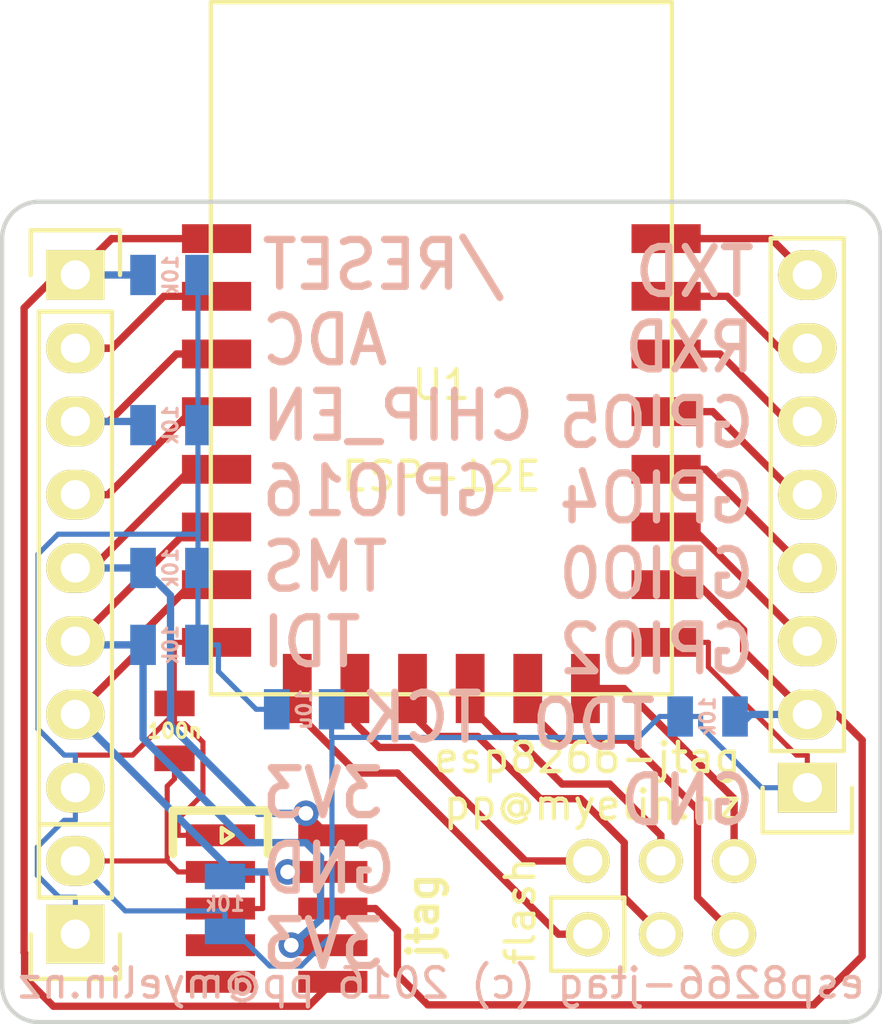
<source format=kicad_pcb>
(kicad_pcb (version 20171130) (host pcbnew "(5.1.12)-1")

  (general
    (thickness 1.6)
    (drawings 12)
    (tracks 208)
    (zones 0)
    (modules 14)
    (nets 25)
  )

  (page A4)
  (layers
    (0 F.Cu signal)
    (31 B.Cu signal)
    (32 B.Adhes user)
    (33 F.Adhes user)
    (34 B.Paste user)
    (35 F.Paste user)
    (36 B.SilkS user)
    (37 F.SilkS user)
    (38 B.Mask user)
    (39 F.Mask user)
    (40 Dwgs.User user)
    (41 Cmts.User user)
    (42 Eco1.User user)
    (43 Eco2.User user)
    (44 Edge.Cuts user)
    (45 Margin user)
    (46 B.CrtYd user)
    (47 F.CrtYd user)
    (48 B.Fab user)
    (49 F.Fab user)
  )

  (setup
    (last_trace_width 0.1778)
    (user_trace_width 0.1778)
    (user_trace_width 0.254)
    (user_trace_width 0.508)
    (user_trace_width 0.762)
    (user_trace_width 1.016)
    (user_trace_width 1.27)
    (trace_clearance 0.1778)
    (zone_clearance 0.508)
    (zone_45_only no)
    (trace_min 0.1778)
    (via_size 0.889)
    (via_drill 0.508)
    (via_min_size 0.889)
    (via_min_drill 0.508)
    (user_via 0.889 0.508)
    (user_via 1.27 0.889)
    (uvia_size 0.3)
    (uvia_drill 0.1)
    (uvias_allowed no)
    (uvia_min_size 0.2)
    (uvia_min_drill 0.1)
    (edge_width 0.15)
    (segment_width 0.2)
    (pcb_text_width 0.3)
    (pcb_text_size 1.5 1.5)
    (mod_edge_width 0.15)
    (mod_text_size 1 1)
    (mod_text_width 0.15)
    (pad_size 2.032 1.7272)
    (pad_drill 1.016)
    (pad_to_mask_clearance 0.2)
    (aux_axis_origin 0 0)
    (visible_elements 7FFFFFFF)
    (pcbplotparams
      (layerselection 0x010fc_80000001)
      (usegerberextensions true)
      (usegerberattributes true)
      (usegerberadvancedattributes true)
      (creategerberjobfile true)
      (excludeedgelayer true)
      (linewidth 0.100000)
      (plotframeref false)
      (viasonmask false)
      (mode 1)
      (useauxorigin false)
      (hpglpennumber 1)
      (hpglpenspeed 20)
      (hpglpendiameter 15.000000)
      (psnegative false)
      (psa4output false)
      (plotreference true)
      (plotvalue true)
      (plotinvisibletext false)
      (padsonsilk false)
      (subtractmaskfromsilk false)
      (outputformat 1)
      (mirror false)
      (drillshape 0)
      (scaleselection 1)
      (outputdirectory "gerbers/"))
  )

  (net 0 "")
  (net 1 /nreset)
  (net 2 "Net-(CON1-Pad9)")
  (net 3 /tdi)
  (net 4 "Net-(CON1-Pad7)")
  (net 5 /3v3)
  (net 6 /tms)
  (net 7 /gnd)
  (net 8 /tck)
  (net 9 /tdo)
  (net 10 /adc)
  (net 11 /chip_en)
  (net 12 /gpio16)
  (net 13 /cs0)
  (net 14 /miso)
  (net 15 /gpio9)
  (net 16 /gpio10)
  (net 17 /mosi)
  (net 18 /sclk)
  (net 19 /gpio2)
  (net 20 /gpio0)
  (net 21 /gpio4)
  (net 22 /gpio5)
  (net 23 /u0rxd)
  (net 24 /u0txd)

  (net_class Default "This is the default net class."
    (clearance 0.1778)
    (trace_width 0.1778)
    (via_dia 0.889)
    (via_drill 0.508)
    (uvia_dia 0.3)
    (uvia_drill 0.1)
    (add_net /3v3)
    (add_net /adc)
    (add_net /chip_en)
    (add_net /cs0)
    (add_net /gnd)
    (add_net /gpio0)
    (add_net /gpio10)
    (add_net /gpio16)
    (add_net /gpio2)
    (add_net /gpio4)
    (add_net /gpio5)
    (add_net /gpio9)
    (add_net /miso)
    (add_net /mosi)
    (add_net /nreset)
    (add_net /sclk)
    (add_net /tck)
    (add_net /tdi)
    (add_net /tdo)
    (add_net /tms)
    (add_net /u0rxd)
    (add_net /u0txd)
    (add_net "Net-(CON1-Pad7)")
    (add_net "Net-(CON1-Pad9)")
  )

  (module myelin-kicad:ESP8266-ESP-12E (layer F.Cu) (tedit 56B68D00) (tstamp 56B515E0)
    (at 143.51 93.98)
    (descr "ESP8266 ESP-12E wifi module -- Phillip Pearson")
    (path /56B50FCF)
    (fp_text reference U1 (at 0 1.27 180) (layer F.SilkS)
      (effects (font (size 1 1) (thickness 0.15)))
    )
    (fp_text value ESP-12E (at 0 4.445 180) (layer F.SilkS)
      (effects (font (size 1 1) (thickness 0.15)))
    )
    (fp_line (start -8 12) (end 8 12) (layer F.SilkS) (width 0.15))
    (fp_line (start -8 -12) (end -8 12) (layer F.SilkS) (width 0.15))
    (fp_line (start 8 -12) (end -8 -12) (layer F.SilkS) (width 0.15))
    (fp_line (start 8 -12) (end 8 12) (layer F.SilkS) (width 0.15))
    (pad 22 smd rect (at 7.8 -3.8) (size 2.4 1) (layers F.Cu F.Paste F.Mask)
      (net 24 /u0txd))
    (pad 21 smd rect (at 7.8 -1.8) (size 2.4 1) (layers F.Cu F.Paste F.Mask)
      (net 23 /u0rxd))
    (pad 20 smd rect (at 7.8 0.2) (size 2.4 1) (layers F.Cu F.Paste F.Mask)
      (net 22 /gpio5))
    (pad 19 smd rect (at 7.8 2.2) (size 2.4 1) (layers F.Cu F.Paste F.Mask)
      (net 21 /gpio4))
    (pad 18 smd rect (at 7.8 4.2) (size 2.4 1) (layers F.Cu F.Paste F.Mask)
      (net 20 /gpio0))
    (pad 17 smd rect (at 7.8 6.2) (size 2.4 1) (layers F.Cu F.Paste F.Mask)
      (net 19 /gpio2))
    (pad 16 smd rect (at 7.8 8.2) (size 2.4 1) (layers F.Cu F.Paste F.Mask)
      (net 9 /tdo))
    (pad 15 smd rect (at 7.8 10.2) (size 2.4 1) (layers F.Cu F.Paste F.Mask)
      (net 7 /gnd))
    (pad 9 smd rect (at -5 11.8) (size 1 2.4) (layers F.Cu F.Paste F.Mask)
      (net 13 /cs0))
    (pad 10 smd rect (at -3 11.8) (size 1 2.4) (layers F.Cu F.Paste F.Mask)
      (net 14 /miso))
    (pad 11 smd rect (at -1 11.8) (size 1 2.4) (layers F.Cu F.Paste F.Mask)
      (net 15 /gpio9))
    (pad 12 smd rect (at 1 11.8) (size 1 2.4) (layers F.Cu F.Paste F.Mask)
      (net 16 /gpio10))
    (pad 13 smd rect (at 3 11.8) (size 1 2.4) (layers F.Cu F.Paste F.Mask)
      (net 17 /mosi))
    (pad 14 smd rect (at 5 11.8) (size 1 2.4) (layers F.Cu F.Paste F.Mask)
      (net 18 /sclk))
    (pad 1 smd rect (at -7.8 -3.8) (size 2.4 1) (layers F.Cu F.Paste F.Mask)
      (net 1 /nreset))
    (pad 2 smd rect (at -7.8 -1.8) (size 2.4 1) (layers F.Cu F.Paste F.Mask)
      (net 10 /adc))
    (pad 3 smd rect (at -7.8 0.2) (size 2.4 1) (layers F.Cu F.Paste F.Mask)
      (net 11 /chip_en))
    (pad 4 smd rect (at -7.8 2.2) (size 2.4 1) (layers F.Cu F.Paste F.Mask)
      (net 12 /gpio16))
    (pad 5 smd rect (at -7.8 4.2) (size 2.4 1) (layers F.Cu F.Paste F.Mask)
      (net 6 /tms))
    (pad 6 smd rect (at -7.8 6.2) (size 2.4 1) (layers F.Cu F.Paste F.Mask)
      (net 3 /tdi))
    (pad 7 smd rect (at -7.8 8.2) (size 2.4 1) (layers F.Cu F.Paste F.Mask)
      (net 8 /tck))
    (pad 8 smd rect (at -7.8 10.2) (size 2.4 1) (layers F.Cu F.Paste F.Mask)
      (net 5 /3v3))
  )

  (module Pin_Headers:Pin_Header_Straight_1x08 (layer F.Cu) (tedit 56B68D3D) (tstamp 56B51EDA)
    (at 130.81 91.44)
    (descr "Through hole pin header")
    (tags "pin header")
    (path /56B51705)
    (fp_text reference P1 (at -5.715 6.35 90) (layer F.SilkS) hide
      (effects (font (size 1 1) (thickness 0.15)))
    )
    (fp_text value CONN_01X08 (at -3.81 6.985 90) (layer F.Fab) hide
      (effects (font (size 1 1) (thickness 0.15)))
    )
    (fp_line (start -1.55 -1.55) (end 1.55 -1.55) (layer F.SilkS) (width 0.15))
    (fp_line (start -1.55 0) (end -1.55 -1.55) (layer F.SilkS) (width 0.15))
    (fp_line (start 1.27 1.27) (end -1.27 1.27) (layer F.SilkS) (width 0.15))
    (fp_line (start 1.55 -1.55) (end 1.55 0) (layer F.SilkS) (width 0.15))
    (fp_line (start -1.27 19.05) (end -1.27 1.27) (layer F.SilkS) (width 0.15))
    (fp_line (start 1.27 19.05) (end -1.27 19.05) (layer F.SilkS) (width 0.15))
    (fp_line (start 1.27 1.27) (end 1.27 19.05) (layer F.SilkS) (width 0.15))
    (fp_line (start -1.75 19.55) (end 1.75 19.55) (layer F.CrtYd) (width 0.05))
    (fp_line (start -1.75 -1.75) (end 1.75 -1.75) (layer F.CrtYd) (width 0.05))
    (fp_line (start 1.75 -1.75) (end 1.75 19.55) (layer F.CrtYd) (width 0.05))
    (fp_line (start -1.75 -1.75) (end -1.75 19.55) (layer F.CrtYd) (width 0.05))
    (pad 1 thru_hole rect (at 0 0) (size 2.032 1.7272) (drill 1.016) (layers *.Cu *.Mask F.SilkS)
      (net 1 /nreset))
    (pad 2 thru_hole oval (at 0 2.54) (size 2.032 1.7272) (drill 1.016) (layers *.Cu *.Mask F.SilkS)
      (net 10 /adc))
    (pad 3 thru_hole oval (at 0 5.08) (size 2.032 1.7272) (drill 1.016) (layers *.Cu *.Mask F.SilkS)
      (net 11 /chip_en))
    (pad 4 thru_hole oval (at 0 7.62) (size 2.032 1.7272) (drill 1.016) (layers *.Cu *.Mask F.SilkS)
      (net 12 /gpio16))
    (pad 5 thru_hole oval (at 0 10.16) (size 2.032 1.7272) (drill 1.016) (layers *.Cu *.Mask F.SilkS)
      (net 6 /tms))
    (pad 6 thru_hole oval (at 0 12.7) (size 2.032 1.7272) (drill 1.016) (layers *.Cu *.Mask F.SilkS)
      (net 3 /tdi))
    (pad 7 thru_hole oval (at 0 15.24) (size 2.032 1.7272) (drill 1.016) (layers *.Cu *.Mask F.SilkS)
      (net 8 /tck))
    (pad 8 thru_hole oval (at 0 17.78) (size 2.032 1.7272) (drill 1.016) (layers *.Cu *.Mask F.SilkS)
      (net 5 /3v3))
    (model Pin_Headers.3dshapes/Pin_Header_Straight_1x08.wrl
      (offset (xyz 0 -8.889999866485596 0))
      (scale (xyz 1 1 1))
      (rotate (xyz 0 0 90))
    )
  )

  (module Pin_Headers:Pin_Header_Straight_1x08 (layer F.Cu) (tedit 56B68D48) (tstamp 56B51F06)
    (at 156.21 109.22 180)
    (descr "Through hole pin header")
    (tags "pin header")
    (path /56B516C1)
    (fp_text reference P3 (at -6.35 8.89 270) (layer F.SilkS) hide
      (effects (font (size 1 1) (thickness 0.15)))
    )
    (fp_text value CONN_01X08 (at -4.445 8.89 270) (layer F.Fab) hide
      (effects (font (size 1 1) (thickness 0.15)))
    )
    (fp_line (start -1.55 -1.55) (end 1.55 -1.55) (layer F.SilkS) (width 0.15))
    (fp_line (start -1.55 0) (end -1.55 -1.55) (layer F.SilkS) (width 0.15))
    (fp_line (start 1.27 1.27) (end -1.27 1.27) (layer F.SilkS) (width 0.15))
    (fp_line (start 1.55 -1.55) (end 1.55 0) (layer F.SilkS) (width 0.15))
    (fp_line (start -1.27 19.05) (end -1.27 1.27) (layer F.SilkS) (width 0.15))
    (fp_line (start 1.27 19.05) (end -1.27 19.05) (layer F.SilkS) (width 0.15))
    (fp_line (start 1.27 1.27) (end 1.27 19.05) (layer F.SilkS) (width 0.15))
    (fp_line (start -1.75 19.55) (end 1.75 19.55) (layer F.CrtYd) (width 0.05))
    (fp_line (start -1.75 -1.75) (end 1.75 -1.75) (layer F.CrtYd) (width 0.05))
    (fp_line (start 1.75 -1.75) (end 1.75 19.55) (layer F.CrtYd) (width 0.05))
    (fp_line (start -1.75 -1.75) (end -1.75 19.55) (layer F.CrtYd) (width 0.05))
    (pad 1 thru_hole rect (at 0 0 180) (size 2.032 1.7272) (drill 1.016) (layers *.Cu *.Mask F.SilkS)
      (net 7 /gnd))
    (pad 2 thru_hole oval (at 0 2.54 180) (size 2.032 1.7272) (drill 1.016) (layers *.Cu *.Mask F.SilkS)
      (net 9 /tdo))
    (pad 3 thru_hole oval (at 0 5.08 180) (size 2.032 1.7272) (drill 1.016) (layers *.Cu *.Mask F.SilkS)
      (net 19 /gpio2))
    (pad 4 thru_hole oval (at 0 7.62 180) (size 2.032 1.7272) (drill 1.016) (layers *.Cu *.Mask F.SilkS)
      (net 20 /gpio0))
    (pad 5 thru_hole oval (at 0 10.16 180) (size 2.032 1.7272) (drill 1.016) (layers *.Cu *.Mask F.SilkS)
      (net 21 /gpio4))
    (pad 6 thru_hole oval (at 0 12.7 180) (size 2.032 1.7272) (drill 1.016) (layers *.Cu *.Mask F.SilkS)
      (net 22 /gpio5))
    (pad 7 thru_hole oval (at 0 15.24 180) (size 2.032 1.7272) (drill 1.016) (layers *.Cu *.Mask F.SilkS)
      (net 23 /u0rxd))
    (pad 8 thru_hole oval (at 0 17.78 180) (size 2.032 1.7272) (drill 1.016) (layers *.Cu *.Mask F.SilkS)
      (net 24 /u0txd))
    (model Pin_Headers.3dshapes/Pin_Header_Straight_1x08.wrl
      (offset (xyz 0 -8.889999866485596 0))
      (scale (xyz 1 1 1))
      (rotate (xyz 0 0 90))
    )
  )

  (module myelin-kicad:C0805_nosilkscreen (layer B.Cu) (tedit 54921587) (tstamp 56B53806)
    (at 138.75 106.5)
    (descr "SM0805 module from KiCad stdlib, modified by Phillip Pearson to have less annoying silkscreen")
    (path /56B53E00)
    (attr smd)
    (fp_text reference C1 (at 0 1.3) (layer B.SilkS) hide
      (effects (font (size 0.50038 0.50038) (thickness 0.10922)) (justify mirror))
    )
    (fp_text value 10u (at 0 0 270) (layer B.SilkS)
      (effects (font (size 0.50038 0.50038) (thickness 0.10922)) (justify mirror))
    )
    (pad 1 smd rect (at -0.9525 0) (size 0.889 1.397) (layers B.Cu B.Paste B.Mask)
      (net 5 /3v3))
    (pad 2 smd rect (at 0.9525 0) (size 0.889 1.397) (layers B.Cu B.Paste B.Mask)
      (net 7 /gnd))
    (model Capacitors_SMD.3dshapes/C_0805.wrl
      (at (xyz 0 0 0))
      (scale (xyz 1 1 1))
      (rotate (xyz 0 0 0))
    )
  )

  (module myelin-kicad:C0805_nosilkscreen (layer F.Cu) (tedit 54921587) (tstamp 56B5380C)
    (at 134.25 107.25 270)
    (descr "SM0805 module from KiCad stdlib, modified by Phillip Pearson to have less annoying silkscreen")
    (path /56B53884)
    (attr smd)
    (fp_text reference C2 (at 0 -1.3 270) (layer F.SilkS) hide
      (effects (font (size 0.50038 0.50038) (thickness 0.10922)))
    )
    (fp_text value 100n (at 0 0) (layer F.SilkS)
      (effects (font (size 0.50038 0.50038) (thickness 0.10922)))
    )
    (pad 1 smd rect (at -0.9525 0 270) (size 0.889 1.397) (layers F.Cu F.Paste F.Mask)
      (net 5 /3v3))
    (pad 2 smd rect (at 0.9525 0 270) (size 0.889 1.397) (layers F.Cu F.Paste F.Mask)
      (net 7 /gnd))
    (model Capacitors_SMD.3dshapes/C_0805.wrl
      (at (xyz 0 0 0))
      (scale (xyz 1 1 1))
      (rotate (xyz 0 0 0))
    )
  )

  (module myelin-kicad:R0805_nosilkscreen (layer B.Cu) (tedit 54921587) (tstamp 56B53812)
    (at 134.112 91.44)
    (descr "SM0805 module from KiCad stdlib, modified by Phillip Pearson to have less annoying silkscreen")
    (path /56B539EB)
    (attr smd)
    (fp_text reference R1 (at 0 1.3) (layer B.SilkS) hide
      (effects (font (size 0.50038 0.50038) (thickness 0.10922)) (justify mirror))
    )
    (fp_text value 10k (at 0 0 270) (layer B.SilkS)
      (effects (font (size 0.50038 0.50038) (thickness 0.10922)) (justify mirror))
    )
    (pad 1 smd rect (at -0.9525 0) (size 0.889 1.397) (layers B.Cu B.Paste B.Mask)
      (net 1 /nreset))
    (pad 2 smd rect (at 0.9525 0) (size 0.889 1.397) (layers B.Cu B.Paste B.Mask)
      (net 5 /3v3))
    (model Resistors_SMD.3dshapes/R_0805.wrl
      (at (xyz 0 0 0))
      (scale (xyz 1 1 1))
      (rotate (xyz 0 0 0))
    )
  )

  (module myelin-kicad:R0805_nosilkscreen (layer B.Cu) (tedit 54921587) (tstamp 56B53818)
    (at 134.112 96.647)
    (descr "SM0805 module from KiCad stdlib, modified by Phillip Pearson to have less annoying silkscreen")
    (path /56B53B24)
    (attr smd)
    (fp_text reference R2 (at 0 1.3) (layer B.SilkS) hide
      (effects (font (size 0.50038 0.50038) (thickness 0.10922)) (justify mirror))
    )
    (fp_text value 10k (at 0 0 270) (layer B.SilkS)
      (effects (font (size 0.50038 0.50038) (thickness 0.10922)) (justify mirror))
    )
    (pad 1 smd rect (at -0.9525 0) (size 0.889 1.397) (layers B.Cu B.Paste B.Mask)
      (net 11 /chip_en))
    (pad 2 smd rect (at 0.9525 0) (size 0.889 1.397) (layers B.Cu B.Paste B.Mask)
      (net 5 /3v3))
    (model Resistors_SMD.3dshapes/R_0805.wrl
      (at (xyz 0 0 0))
      (scale (xyz 1 1 1))
      (rotate (xyz 0 0 0))
    )
  )

  (module myelin-kicad:R0805_nosilkscreen (layer B.Cu) (tedit 54921587) (tstamp 56B5381E)
    (at 152.75 106.75)
    (descr "SM0805 module from KiCad stdlib, modified by Phillip Pearson to have less annoying silkscreen")
    (path /56B53BD3)
    (attr smd)
    (fp_text reference R3 (at 0 1.3) (layer B.SilkS) hide
      (effects (font (size 0.50038 0.50038) (thickness 0.10922)) (justify mirror))
    )
    (fp_text value 10k (at 0 0 270) (layer B.SilkS)
      (effects (font (size 0.50038 0.50038) (thickness 0.10922)) (justify mirror))
    )
    (pad 1 smd rect (at -0.9525 0) (size 0.889 1.397) (layers B.Cu B.Paste B.Mask)
      (net 7 /gnd))
    (pad 2 smd rect (at 0.9525 0) (size 0.889 1.397) (layers B.Cu B.Paste B.Mask)
      (net 9 /tdo))
    (model Resistors_SMD.3dshapes/R_0805.wrl
      (at (xyz 0 0 0))
      (scale (xyz 1 1 1))
      (rotate (xyz 0 0 0))
    )
  )

  (module myelin-kicad:R0805_nosilkscreen (layer B.Cu) (tedit 54921587) (tstamp 56B53824)
    (at 134.112 101.6 180)
    (descr "SM0805 module from KiCad stdlib, modified by Phillip Pearson to have less annoying silkscreen")
    (path /56B5415A)
    (attr smd)
    (fp_text reference R4 (at 0 1.3 180) (layer B.SilkS) hide
      (effects (font (size 0.50038 0.50038) (thickness 0.10922)) (justify mirror))
    )
    (fp_text value 10k (at 0 0 90) (layer B.SilkS)
      (effects (font (size 0.50038 0.50038) (thickness 0.10922)) (justify mirror))
    )
    (pad 1 smd rect (at -0.9525 0 180) (size 0.889 1.397) (layers B.Cu B.Paste B.Mask)
      (net 5 /3v3))
    (pad 2 smd rect (at 0.9525 0 180) (size 0.889 1.397) (layers B.Cu B.Paste B.Mask)
      (net 6 /tms))
    (model Resistors_SMD.3dshapes/R_0805.wrl
      (at (xyz 0 0 0))
      (scale (xyz 1 1 1))
      (rotate (xyz 0 0 0))
    )
  )

  (module myelin-kicad:R0805_nosilkscreen (layer B.Cu) (tedit 54921587) (tstamp 56B5382A)
    (at 134.112 104.267 180)
    (descr "SM0805 module from KiCad stdlib, modified by Phillip Pearson to have less annoying silkscreen")
    (path /56B541AD)
    (attr smd)
    (fp_text reference R5 (at 0 1.3 180) (layer B.SilkS) hide
      (effects (font (size 0.50038 0.50038) (thickness 0.10922)) (justify mirror))
    )
    (fp_text value 10k (at 0 0 90) (layer B.SilkS)
      (effects (font (size 0.50038 0.50038) (thickness 0.10922)) (justify mirror))
    )
    (pad 1 smd rect (at -0.9525 0 180) (size 0.889 1.397) (layers B.Cu B.Paste B.Mask)
      (net 5 /3v3))
    (pad 2 smd rect (at 0.9525 0 180) (size 0.889 1.397) (layers B.Cu B.Paste B.Mask)
      (net 3 /tdi))
    (model Resistors_SMD.3dshapes/R_0805.wrl
      (at (xyz 0 0 0))
      (scale (xyz 1 1 1))
      (rotate (xyz 0 0 0))
    )
  )

  (module myelin-kicad:pin_array_5x2_50mil_smd (layer F.Cu) (tedit 56B68D36) (tstamp 56B544DD)
    (at 137.795 113.411 270)
    (descr "SMD 50 mil 2x5 connector for SWD header")
    (tags CONN)
    (path /56B4F928)
    (fp_text reference CON1 (at 5.334 0) (layer F.SilkS) hide
      (effects (font (size 1.016 1.016) (thickness 0.2032)))
    )
    (fp_text value jtag (at 0.254 -5.08 90) (layer F.SilkS)
      (effects (font (size 1.016 1.016) (thickness 0.2032)))
    )
    (fp_line (start -2.286 1.905) (end -2.54 1.524) (layer F.SilkS) (width 0.15))
    (fp_line (start -2.413 1.905) (end -2.286 1.905) (layer F.SilkS) (width 0.15))
    (fp_line (start -2.794 1.905) (end -2.413 1.905) (layer F.SilkS) (width 0.15))
    (fp_line (start -2.54 1.524) (end -2.794 1.905) (layer F.SilkS) (width 0.15))
    (fp_line (start -3.4 3.6) (end -3.4 0.3) (layer F.SilkS) (width 0.3))
    (fp_line (start -1.9 3.6) (end -3.4 3.6) (layer F.SilkS) (width 0.3))
    (fp_line (start -1.9 0.3) (end -3.4 0.3) (layer F.SilkS) (width 0.3))
    (pad 10 smd rect (at 2.54 -1.95 270) (size 0.76 2.4) (layers F.Cu F.Paste F.Mask)
      (net 1 /nreset))
    (pad 9 smd rect (at 2.54 1.95 270) (size 0.76 2.4) (layers F.Cu F.Paste F.Mask)
      (net 2 "Net-(CON1-Pad9)"))
    (pad 8 smd rect (at 1.27 -1.95 270) (size 0.76 2.4) (layers F.Cu F.Paste F.Mask)
      (net 3 /tdi))
    (pad 7 smd rect (at 1.27 1.95 270) (size 0.76 2.4) (layers F.Cu F.Paste F.Mask)
      (net 4 "Net-(CON1-Pad7)"))
    (pad 1 smd rect (at -2.54 1.95 270) (size 0.76 2.4) (layers F.Cu F.Paste F.Mask)
      (net 5 /3v3))
    (pad 2 smd rect (at -2.54 -1.95 270) (size 0.76 2.4) (layers F.Cu F.Paste F.Mask)
      (net 6 /tms))
    (pad 3 smd rect (at -1.27 1.95 270) (size 0.76 2.4) (layers F.Cu F.Paste F.Mask)
      (net 7 /gnd))
    (pad 4 smd rect (at -1.27 -1.95 270) (size 0.76 2.4) (layers F.Cu F.Paste F.Mask)
      (net 8 /tck))
    (pad 5 smd rect (at 0 1.95 270) (size 0.76 2.4) (layers F.Cu F.Paste F.Mask)
      (net 7 /gnd))
    (pad 6 smd rect (at 0 -1.95 270) (size 0.76 2.4) (layers F.Cu F.Paste F.Mask)
      (net 9 /tdo))
    (model pin_array/pins_array_3x2.wrl
      (at (xyz 0 0 0))
      (scale (xyz 1 1 1))
      (rotate (xyz 0 0 0))
    )
  )

  (module myelin-kicad:pin_array_2x3_100mil_pth (layer F.Cu) (tedit 56B68EF9) (tstamp 56B544F1)
    (at 151.13 113.03)
    (path /56B51BD2)
    (fp_text reference P2 (at 0 8.255 180) (layer F.SilkS) hide
      (effects (font (size 1 1) (thickness 0.15)))
    )
    (fp_text value flash (at -4.88 0.47 90) (layer F.SilkS)
      (effects (font (size 1 1) (thickness 0.15)))
    )
    (fp_line (start -1.27 2.54) (end -1.27 0) (layer F.SilkS) (width 0.15))
    (fp_line (start -3.81 2.54) (end -1.27 2.54) (layer F.SilkS) (width 0.15))
    (fp_line (start -3.81 0) (end -3.81 2.54) (layer F.SilkS) (width 0.15))
    (fp_line (start -1.27 0) (end -3.81 0) (layer F.SilkS) (width 0.15))
    (pad 1 thru_hole circle (at -2.54 1.27) (size 1.524 1.524) (drill 1.016) (layers *.Cu *.Mask F.SilkS)
      (net 13 /cs0))
    (pad 2 thru_hole circle (at -2.54 -1.27) (size 1.524 1.524) (drill 1.016) (layers *.Cu *.Mask F.SilkS)
      (net 14 /miso))
    (pad 3 thru_hole circle (at 0 1.27) (size 1.524 1.524) (drill 1.016) (layers *.Cu *.Mask F.SilkS)
      (net 15 /gpio9))
    (pad 4 thru_hole circle (at 0 -1.27) (size 1.524 1.524) (drill 1.016) (layers *.Cu *.Mask F.SilkS)
      (net 16 /gpio10))
    (pad 5 thru_hole circle (at 2.54 1.27) (size 1.524 1.524) (drill 1.016) (layers *.Cu *.Mask F.SilkS)
      (net 17 /mosi))
    (pad 6 thru_hole circle (at 2.54 -1.27) (size 1.524 1.524) (drill 1.016) (layers *.Cu *.Mask F.SilkS)
      (net 18 /sclk))
  )

  (module myelin-kicad:R0805_nosilkscreen (layer B.Cu) (tedit 54921587) (tstamp 56B5B8A9)
    (at 136 113.25 90)
    (descr "SM0805 module from KiCad stdlib, modified by Phillip Pearson to have less annoying silkscreen")
    (path /56B5B930)
    (attr smd)
    (fp_text reference R6 (at 0 1.3 90) (layer B.SilkS) hide
      (effects (font (size 0.50038 0.50038) (thickness 0.10922)) (justify mirror))
    )
    (fp_text value 10k (at 0 0) (layer B.SilkS)
      (effects (font (size 0.50038 0.50038) (thickness 0.10922)) (justify mirror))
    )
    (pad 1 smd rect (at -0.9525 0 90) (size 0.889 1.397) (layers B.Cu B.Paste B.Mask)
      (net 7 /gnd))
    (pad 2 smd rect (at 0.9525 0 90) (size 0.889 1.397) (layers B.Cu B.Paste B.Mask)
      (net 8 /tck))
    (model Resistors_SMD.3dshapes/R_0805.wrl
      (at (xyz 0 0 0))
      (scale (xyz 1 1 1))
      (rotate (xyz 0 0 0))
    )
  )

  (module Pin_Headers:Pin_Header_Straight_1x02 (layer F.Cu) (tedit 56B697B0) (tstamp 56B5BD41)
    (at 130.81 114.3 180)
    (descr "Through hole pin header")
    (tags "pin header")
    (path /56B5BB61)
    (fp_text reference P4 (at 6.35 0.635 270) (layer F.SilkS) hide
      (effects (font (size 1 1) (thickness 0.15)))
    )
    (fp_text value CONN_01X02 (at 4.445 -1.27 270) (layer F.Fab) hide
      (effects (font (size 1 1) (thickness 0.15)))
    )
    (fp_line (start -1.27 3.81) (end 1.27 3.81) (layer F.SilkS) (width 0.15))
    (fp_line (start -1.27 1.27) (end -1.27 3.81) (layer F.SilkS) (width 0.15))
    (fp_line (start -1.55 -1.55) (end 1.55 -1.55) (layer F.SilkS) (width 0.15))
    (fp_line (start -1.55 0) (end -1.55 -1.55) (layer F.SilkS) (width 0.15))
    (fp_line (start 1.27 1.27) (end -1.27 1.27) (layer F.SilkS) (width 0.15))
    (fp_line (start -1.75 4.3) (end 1.75 4.3) (layer F.CrtYd) (width 0.05))
    (fp_line (start -1.75 -1.75) (end 1.75 -1.75) (layer F.CrtYd) (width 0.05))
    (fp_line (start 1.75 -1.75) (end 1.75 4.3) (layer F.CrtYd) (width 0.05))
    (fp_line (start -1.75 -1.75) (end -1.75 4.3) (layer F.CrtYd) (width 0.05))
    (fp_line (start 1.55 -1.55) (end 1.55 0) (layer F.SilkS) (width 0.15))
    (fp_line (start 1.27 1.27) (end 1.27 3.81) (layer F.SilkS) (width 0.15))
    (pad 1 thru_hole rect (at 0 0 180) (size 2.032 2.032) (drill 1.016) (layers *.Cu *.Mask F.SilkS)
      (net 5 /3v3))
    (pad 2 thru_hole oval (at 0 2.54 180) (size 2.032 1.7272) (drill 1.016) (layers *.Cu *.Mask F.SilkS)
      (net 7 /gnd))
    (model Pin_Headers.3dshapes/Pin_Header_Straight_1x02.wrl
      (offset (xyz 0 -1.269999980926514 0))
      (scale (xyz 1 1 1))
      (rotate (xyz 0 0 90))
    )
  )

  (gr_text "esp8266-jtag\npp@myelin.nz" (at 154 109) (layer F.SilkS)
    (effects (font (size 1.016 1.016) (thickness 0.1524)) (justify right))
  )
  (gr_text "esp8266-jtag (c) 2016 pp@myelin.nz" (at 143.5 116) (layer B.SilkS)
    (effects (font (size 1.016 1.016) (thickness 0.1524)) (justify mirror))
  )
  (gr_text "TXD\nRXD\nGPIO5\nGPIO4\nGPIO0\nGPIO2\n   TDO\nGND" (at 154.5 100.5) (layer B.SilkS)
    (effects (font (size 1.6256 1.5) (thickness 0.254)) (justify left mirror))
  )
  (gr_text "/RESET\nADC\nCHIP_EN\nGPIO16\nTMS\nTDI\nTCK   \n3V3\nGND\n3V3" (at 137.16 102.87) (layer B.SilkS)
    (effects (font (size 1.6256 1.5) (thickness 0.254)) (justify right mirror))
  )
  (gr_line (start 128.27 90.17) (end 128.27 116.078) (angle 90) (layer Edge.Cuts) (width 0.15))
  (gr_line (start 157.48 88.9) (end 129.54 88.9) (angle 90) (layer Edge.Cuts) (width 0.15))
  (gr_line (start 158.75 116.078) (end 158.75 90.17) (angle 90) (layer Edge.Cuts) (width 0.15))
  (gr_line (start 129.54 117.348) (end 157.48 117.348) (angle 90) (layer Edge.Cuts) (width 0.15))
  (gr_arc (start 129.54 116.078) (end 129.54 117.348) (angle 90) (layer Edge.Cuts) (width 0.15))
  (gr_arc (start 157.48 116.078) (end 158.75 116.078) (angle 90) (layer Edge.Cuts) (width 0.15))
  (gr_arc (start 157.48 90.17) (end 157.48 88.9) (angle 90) (layer Edge.Cuts) (width 0.15))
  (gr_arc (start 129.54 90.17) (end 128.27 90.17) (angle 90) (layer Edge.Cuts) (width 0.15))

  (segment (start 133.1595 91.44) (end 133.16 91.44) (width 0.254) (layer B.Cu) (net 1))
  (segment (start 130.81 91.44) (end 133.1595 91.44) (width 0.254) (layer B.Cu) (net 1))
  (segment (start 132.07 90.18) (end 130.81 91.44) (width 0.254) (layer F.Cu) (net 1))
  (segment (start 135.71 90.18) (end 132.07 90.18) (width 0.254) (layer F.Cu) (net 1))
  (segment (start 130.82 91.45) (end 130.81 91.44) (width 0.25) (layer F.Cu) (net 1))
  (segment (start 132.07 90.18) (end 130.81 91.44) (width 0.254) (layer F.Cu) (net 1))
  (segment (start 130.81 91.44) (end 130.175 91.44) (width 0.254) (layer F.Cu) (net 1))
  (segment (start 130.175 91.44) (end 129.032 92.583) (width 0.254) (layer F.Cu) (net 1))
  (segment (start 129.032 92.583) (end 129.032 114.935) (width 0.254) (layer F.Cu) (net 1))
  (segment (start 129.032 114.935) (end 129.048 114.952) (width 0.254) (layer F.Cu) (net 1))
  (segment (start 129.048 114.952) (end 129.048 115.798) (width 0.254) (layer F.Cu) (net 1))
  (segment (start 129.048 115.798) (end 130.049 116.799) (width 0.254) (layer F.Cu) (net 1))
  (segment (start 130.049 116.799) (end 138.897 116.799) (width 0.254) (layer F.Cu) (net 1))
  (segment (start 138.897 116.799) (end 139.745 115.951) (width 0.254) (layer F.Cu) (net 1))
  (segment (start 130.81 104.14) (end 130.937 104.267) (width 0.254) (layer B.Cu) (net 3))
  (segment (start 130.937 104.267) (end 133.1595 104.267) (width 0.254) (layer B.Cu) (net 3))
  (segment (start 135.71 100.18) (end 134.82 100.18) (width 0.254) (layer F.Cu) (net 3))
  (segment (start 134.82 100.18) (end 130.86 104.14) (width 0.254) (layer F.Cu) (net 3))
  (segment (start 130.86 104.14) (end 130.81 104.14) (width 0.254) (layer F.Cu) (net 3))
  (segment (start 133.1595 104.267) (end 133.16 104.267) (width 0.254) (layer B.Cu) (net 3))
  (segment (start 133.16 104.267) (end 133.16 107.506) (width 0.254) (layer B.Cu) (net 3))
  (segment (start 133.16 107.506) (end 136.779 111.125) (width 0.254) (layer B.Cu) (net 3))
  (segment (start 136.779 111.125) (end 138.811 111.125) (width 0.254) (layer B.Cu) (net 3))
  (segment (start 138.811 111.125) (end 139.319 111.633) (width 0.254) (layer B.Cu) (net 3))
  (segment (start 139.319 111.633) (end 139.319 113.792) (width 0.254) (layer B.Cu) (net 3))
  (segment (start 139.319 113.792) (end 138.303 114.681) (width 0.254) (layer B.Cu) (net 3))
  (segment (start 138.303 114.681) (end 138.43 114.554) (width 0.254) (layer F.Cu) (net 3))
  (segment (start 138.43 114.554) (end 139.745 114.681) (width 0.254) (layer F.Cu) (net 3))
  (via (at 138.303 114.681) (size 0.889) (layers F.Cu B.Cu) (net 3))
  (segment (start 130.81 109.22) (end 130.81 108.0896) (width 0.1778) (layer F.Cu) (net 5))
  (segment (start 134.2432 106.6463) (end 134.2432 104.18) (width 0.1778) (layer F.Cu) (net 5))
  (segment (start 134.25 106.6531) (end 134.2432 106.6463) (width 0.1778) (layer F.Cu) (net 5))
  (segment (start 130.81 108.0896) (end 132.7999 108.0896) (width 0.1778) (layer F.Cu) (net 5))
  (segment (start 132.7999 108.0896) (end 134.2432 106.6463) (width 0.1778) (layer F.Cu) (net 5))
  (segment (start 135.0645 100.429) (end 135.0645 101.6) (width 0.1778) (layer B.Cu) (net 5))
  (segment (start 135.0645 96.647) (end 135.0645 100.429) (width 0.1778) (layer B.Cu) (net 5))
  (segment (start 135.0645 100.429) (end 130.2068 100.429) (width 0.1778) (layer B.Cu) (net 5))
  (segment (start 130.2068 100.429) (end 129.5137 101.1221) (width 0.1778) (layer B.Cu) (net 5))
  (segment (start 129.5137 101.1221) (end 129.5137 107.1813) (width 0.1778) (layer B.Cu) (net 5))
  (segment (start 129.5137 107.1813) (end 130.422 108.0896) (width 0.1778) (layer B.Cu) (net 5))
  (segment (start 130.422 108.0896) (end 130.81 108.0896) (width 0.1778) (layer B.Cu) (net 5))
  (segment (start 130.81 109.22) (end 130.81 108.0896) (width 0.1778) (layer B.Cu) (net 5))
  (segment (start 135.71 104.18) (end 134.2432 104.18) (width 0.1778) (layer F.Cu) (net 5))
  (segment (start 134.25 106.6531) (end 134.25 107.0088) (width 0.1778) (layer F.Cu) (net 5))
  (segment (start 134.25 106.2975) (end 134.25 106.6531) (width 0.1778) (layer F.Cu) (net 5))
  (segment (start 135.0645 91.44) (end 135.0645 96.647) (width 0.1778) (layer B.Cu) (net 5))
  (segment (start 135.0645 101.6) (end 135.0645 104.267) (width 0.1778) (layer B.Cu) (net 5))
  (segment (start 137.7975 106.5) (end 137.0862 106.5) (width 0.1778) (layer B.Cu) (net 5))
  (segment (start 135.0645 104.267) (end 135.7758 104.267) (width 0.1778) (layer B.Cu) (net 5))
  (segment (start 135.7758 104.267) (end 135.7758 105.1896) (width 0.1778) (layer B.Cu) (net 5))
  (segment (start 135.7758 105.1896) (end 137.0862 106.5) (width 0.1778) (layer B.Cu) (net 5))
  (segment (start 135.845 110.871) (end 134.3782 110.871) (width 0.1778) (layer F.Cu) (net 5))
  (segment (start 134.3782 110.871) (end 134.3782 110.3051) (width 0.1778) (layer F.Cu) (net 5))
  (segment (start 134.3782 110.3051) (end 135.2376 109.4457) (width 0.1778) (layer F.Cu) (net 5))
  (segment (start 135.2376 109.4457) (end 135.2376 107.6408) (width 0.1778) (layer F.Cu) (net 5))
  (segment (start 135.2376 107.6408) (end 134.6056 107.0088) (width 0.1778) (layer F.Cu) (net 5))
  (segment (start 134.6056 107.0088) (end 134.25 107.0088) (width 0.1778) (layer F.Cu) (net 5))
  (segment (start 130.81 109.22) (end 130.81 110.3504) (width 0.1778) (layer B.Cu) (net 5))
  (segment (start 130.81 114.3) (end 130.81 113.0172) (width 0.1778) (layer B.Cu) (net 5))
  (segment (start 130.81 113.0172) (end 130.2488 113.0172) (width 0.1778) (layer B.Cu) (net 5))
  (segment (start 130.2488 113.0172) (end 129.4886 112.257) (width 0.1778) (layer B.Cu) (net 5))
  (segment (start 129.4886 112.257) (end 129.4886 111.2838) (width 0.1778) (layer B.Cu) (net 5))
  (segment (start 129.4886 111.2838) (end 130.422 110.3504) (width 0.1778) (layer B.Cu) (net 5))
  (segment (start 130.422 110.3504) (end 130.81 110.3504) (width 0.1778) (layer B.Cu) (net 5))
  (segment (start 133.1595 101.6) (end 133.16 101.6) (width 0.254) (layer B.Cu) (net 6))
  (segment (start 133.16 101.6) (end 134.112 102.552) (width 0.254) (layer B.Cu) (net 6))
  (segment (start 134.112 102.552) (end 134.112 107.061) (width 0.254) (layer B.Cu) (net 6))
  (segment (start 134.112 107.061) (end 137.16 110.109) (width 0.254) (layer B.Cu) (net 6))
  (segment (start 137.16 110.109) (end 138.811 110.109) (width 0.254) (layer B.Cu) (net 6))
  (segment (start 130.81 101.6) (end 133.1595 101.6) (width 0.254) (layer B.Cu) (net 6))
  (segment (start 135.71 98.18) (end 134.82 98.18) (width 0.254) (layer F.Cu) (net 6))
  (segment (start 134.82 98.18) (end 131.4 101.6) (width 0.254) (layer F.Cu) (net 6))
  (segment (start 131.4 101.6) (end 130.81 101.6) (width 0.254) (layer F.Cu) (net 6))
  (segment (start 138.811 110.109) (end 139.573 110.871) (width 0.254) (layer F.Cu) (net 6))
  (segment (start 139.573 110.871) (end 139.745 110.871) (width 0.254) (layer F.Cu) (net 6))
  (segment (start 130.81 101.6) (end 130.81 101.727) (width 0.254) (layer B.Cu) (net 6))
  (via (at 138.811 110.109) (size 0.889) (layers F.Cu B.Cu) (net 6))
  (segment (start 151.31 104.18) (end 152.7768 104.18) (width 0.1778) (layer F.Cu) (net 7))
  (segment (start 156.21 109.22) (end 156.21 108.0896) (width 0.1778) (layer F.Cu) (net 7))
  (segment (start 156.21 108.0896) (end 155.832 108.0896) (width 0.1778) (layer F.Cu) (net 7))
  (segment (start 155.832 108.0896) (end 152.7768 105.0344) (width 0.1778) (layer F.Cu) (net 7))
  (segment (start 152.7768 105.0344) (end 152.7768 104.18) (width 0.1778) (layer F.Cu) (net 7))
  (segment (start 139.7149 107.4777) (end 139.7025 107.4653) (width 0.1778) (layer B.Cu) (net 7))
  (segment (start 136 113.8468) (end 137.5573 115.4041) (width 0.1778) (layer B.Cu) (net 7))
  (segment (start 137.5573 115.4041) (end 138.6433 115.4041) (width 0.1778) (layer B.Cu) (net 7))
  (segment (start 138.6433 115.4041) (end 139.7149 114.3325) (width 0.1778) (layer B.Cu) (net 7))
  (segment (start 139.7149 114.3325) (end 139.7149 107.4777) (width 0.1778) (layer B.Cu) (net 7))
  (segment (start 139.7149 107.4777) (end 150.3585 107.4777) (width 0.1778) (layer B.Cu) (net 7))
  (segment (start 150.3585 107.4777) (end 151.0862 106.75) (width 0.1778) (layer B.Cu) (net 7))
  (segment (start 151.7975 106.75) (end 151.0862 106.75) (width 0.1778) (layer B.Cu) (net 7))
  (segment (start 139.7025 106.5) (end 139.7025 107.4653) (width 0.1778) (layer B.Cu) (net 7))
  (segment (start 136 113.8468) (end 136 113.4912) (width 0.1778) (layer B.Cu) (net 7))
  (segment (start 136 114.2025) (end 136 113.8468) (width 0.1778) (layer B.Cu) (net 7))
  (segment (start 151.7975 106.75) (end 152.5088 106.75) (width 0.1778) (layer B.Cu) (net 7))
  (segment (start 152.5088 106.75) (end 152.5088 107.1056) (width 0.1778) (layer B.Cu) (net 7))
  (segment (start 152.5088 107.1056) (end 154.6232 109.22) (width 0.1778) (layer B.Cu) (net 7))
  (segment (start 154.6232 109.22) (end 156.21 109.22) (width 0.1778) (layer B.Cu) (net 7))
  (segment (start 136 113.4912) (end 132.5412 113.4912) (width 0.1778) (layer B.Cu) (net 7))
  (segment (start 132.5412 113.4912) (end 130.81 111.76) (width 0.1778) (layer B.Cu) (net 7))
  (segment (start 133.9972 111.76) (end 134.3782 112.141) (width 0.1778) (layer F.Cu) (net 7))
  (segment (start 130.81 111.76) (end 133.9972 111.76) (width 0.1778) (layer F.Cu) (net 7))
  (segment (start 133.9972 111.76) (end 133.9972 109.1666) (width 0.1778) (layer F.Cu) (net 7))
  (segment (start 133.9972 109.1666) (end 134.25 108.9138) (width 0.1778) (layer F.Cu) (net 7))
  (segment (start 134.25 108.2025) (end 134.25 108.9138) (width 0.1778) (layer F.Cu) (net 7))
  (segment (start 135.845 112.141) (end 137.3118 112.141) (width 0.1778) (layer F.Cu) (net 7))
  (segment (start 135.845 113.411) (end 137.3118 113.411) (width 0.1778) (layer F.Cu) (net 7))
  (segment (start 137.3118 113.411) (end 137.3118 112.141) (width 0.1778) (layer F.Cu) (net 7))
  (segment (start 135.845 112.141) (end 134.3782 112.141) (width 0.1778) (layer F.Cu) (net 7))
  (segment (start 130.81 106.68) (end 136.271 112.141) (width 0.254) (layer B.Cu) (net 8))
  (segment (start 136.271 112.141) (end 138.176 112.141) (width 0.254) (layer B.Cu) (net 8))
  (segment (start 135.71 102.18) (end 134.82 102.18) (width 0.254) (layer F.Cu) (net 8))
  (segment (start 134.82 102.18) (end 133 104) (width 0.254) (layer F.Cu) (net 8))
  (segment (start 133 104) (end 133 104.49) (width 0.254) (layer F.Cu) (net 8))
  (segment (start 133 104.49) (end 130.81 106.68) (width 0.254) (layer F.Cu) (net 8))
  (segment (start 139.745 112.141) (end 138.176 112.141) (width 0.254) (layer F.Cu) (net 8))
  (segment (start 139.854 112.25) (end 139.745 112.141) (width 0.1778) (layer F.Cu) (net 8))
  (via (at 138.176 112.141) (size 0.889) (layers F.Cu B.Cu) (net 8))
  (segment (start 153.924 106.9975) (end 153.7025 106.776) (width 0.1778) (layer B.Cu) (net 9))
  (segment (start 153.7025 106.776) (end 153.7025 106.75) (width 0.1778) (layer B.Cu) (net 9))
  (segment (start 153.924 106.9975) (end 154.242 106.68) (width 0.254) (layer B.Cu) (net 9))
  (segment (start 154.242 106.68) (end 156.21 106.68) (width 0.254) (layer B.Cu) (net 9))
  (segment (start 153.606 107.315) (end 153.924 106.9975) (width 0.254) (layer B.Cu) (net 9))
  (segment (start 151.31 102.18) (end 152.43 102.18) (width 0.254) (layer F.Cu) (net 9))
  (segment (start 152.43 102.18) (end 154 103.75) (width 0.254) (layer F.Cu) (net 9))
  (segment (start 154 103.75) (end 154 104.47) (width 0.254) (layer F.Cu) (net 9))
  (segment (start 154 104.47) (end 156.21 106.68) (width 0.254) (layer F.Cu) (net 9))
  (segment (start 156.21 106.68) (end 157.226 106.68) (width 0.254) (layer F.Cu) (net 9))
  (segment (start 157.226 106.68) (end 158.115 107.569) (width 0.254) (layer F.Cu) (net 9))
  (segment (start 158.115 107.569) (end 158.115 115.062) (width 0.254) (layer F.Cu) (net 9))
  (segment (start 158.115 115.062) (end 156.427 116.75) (width 0.254) (layer F.Cu) (net 9))
  (segment (start 156.427 116.75) (end 143.039 116.75) (width 0.254) (layer F.Cu) (net 9))
  (segment (start 143.039 116.75) (end 141.986 115.697) (width 0.254) (layer F.Cu) (net 9))
  (segment (start 141.986 115.697) (end 141.986 114.173) (width 0.254) (layer F.Cu) (net 9))
  (segment (start 141.986 114.173) (end 141.224 113.411) (width 0.254) (layer F.Cu) (net 9))
  (segment (start 141.224 113.411) (end 139.745 113.411) (width 0.254) (layer F.Cu) (net 9))
  (segment (start 132.08 93.98) (end 130.81 93.98) (width 0.254) (layer F.Cu) (net 10))
  (segment (start 133.88 92.18) (end 132.08 93.98) (width 0.254) (layer F.Cu) (net 10))
  (segment (start 135.71 92.18) (end 133.88 92.18) (width 0.254) (layer F.Cu) (net 10))
  (segment (start 131.34 93.45) (end 130.81 93.98) (width 0.25) (layer F.Cu) (net 10))
  (segment (start 133.88 92.18) (end 132.08 93.98) (width 0.254) (layer F.Cu) (net 10))
  (segment (start 132.08 93.98) (end 130.81 93.98) (width 0.254) (layer F.Cu) (net 10))
  (segment (start 133.096 96.5835) (end 133.16 96.647) (width 0.254) (layer B.Cu) (net 11))
  (segment (start 130.81 96.52) (end 133.032 96.52) (width 0.254) (layer B.Cu) (net 11))
  (segment (start 133.032 96.52) (end 133.096 96.5835) (width 0.254) (layer B.Cu) (net 11))
  (segment (start 133.096 96.5835) (end 133.1595 96.647) (width 0.1778) (layer B.Cu) (net 11))
  (segment (start 135.71 94.18) (end 134.32 94.18) (width 0.254) (layer F.Cu) (net 11))
  (segment (start 134.32 94.18) (end 131.98 96.52) (width 0.254) (layer F.Cu) (net 11))
  (segment (start 131.98 96.52) (end 130.81 96.52) (width 0.254) (layer F.Cu) (net 11))
  (segment (start 135.71 96.18) (end 134.82 96.18) (width 0.254) (layer F.Cu) (net 12))
  (segment (start 134.82 96.18) (end 131.94 99.06) (width 0.254) (layer F.Cu) (net 12))
  (segment (start 131.94 99.06) (end 130.81 99.06) (width 0.254) (layer F.Cu) (net 12))
  (segment (start 138.51 105.78) (end 138.51 106.633) (width 0.254) (layer F.Cu) (net 13))
  (segment (start 138.51 106.633) (end 140.589 108.712) (width 0.254) (layer F.Cu) (net 13))
  (segment (start 140.589 108.712) (end 141.986 108.712) (width 0.254) (layer F.Cu) (net 13))
  (segment (start 141.986 108.712) (end 147.574 114.3) (width 0.254) (layer F.Cu) (net 13))
  (segment (start 147.574 114.3) (end 148.59 114.3) (width 0.254) (layer F.Cu) (net 13))
  (segment (start 140.51 105.78) (end 140.51 106.982) (width 0.254) (layer F.Cu) (net 14))
  (segment (start 140.51 106.982) (end 141.351 107.823) (width 0.254) (layer F.Cu) (net 14))
  (segment (start 141.351 107.823) (end 142.494 107.823) (width 0.254) (layer F.Cu) (net 14))
  (segment (start 142.494 107.823) (end 146.431 111.76) (width 0.254) (layer F.Cu) (net 14))
  (segment (start 146.431 111.76) (end 148.59 111.76) (width 0.254) (layer F.Cu) (net 14))
  (segment (start 142.51 105.78) (end 142.51 106.696) (width 0.254) (layer F.Cu) (net 15))
  (segment (start 142.51 106.696) (end 143.256 107.442) (width 0.254) (layer F.Cu) (net 15))
  (segment (start 143.256 107.442) (end 144.78 107.442) (width 0.254) (layer F.Cu) (net 15))
  (segment (start 144.78 107.442) (end 146.939 109.601) (width 0.254) (layer F.Cu) (net 15))
  (segment (start 146.939 109.601) (end 148.336 109.601) (width 0.254) (layer F.Cu) (net 15))
  (segment (start 148.336 109.601) (end 149.86 111.125) (width 0.254) (layer F.Cu) (net 15))
  (segment (start 149.86 111.125) (end 149.86 113.03) (width 0.254) (layer F.Cu) (net 15))
  (segment (start 149.86 113.03) (end 151.13 114.3) (width 0.254) (layer F.Cu) (net 15))
  (segment (start 142.51 105.78) (end 142.51 106.823) (width 0.254) (layer F.Cu) (net 15))
  (segment (start 144.51 105.78) (end 144.51 106.41) (width 0.254) (layer F.Cu) (net 16))
  (segment (start 144.51 106.41) (end 145.542 107.442) (width 0.254) (layer F.Cu) (net 16))
  (segment (start 145.542 107.442) (end 146.05 107.442) (width 0.254) (layer F.Cu) (net 16))
  (segment (start 146.05 107.442) (end 147.701 109.093) (width 0.254) (layer F.Cu) (net 16))
  (segment (start 147.701 109.093) (end 149.352 109.093) (width 0.254) (layer F.Cu) (net 16))
  (segment (start 149.352 109.093) (end 151.13 110.871) (width 0.254) (layer F.Cu) (net 16))
  (segment (start 151.13 110.871) (end 151.13 111.76) (width 0.254) (layer F.Cu) (net 16))
  (segment (start 144.51 105.78) (end 144.51 106.51) (width 0.254) (layer F.Cu) (net 16))
  (segment (start 146.51 105.78) (end 146.51 106.505) (width 0.254) (layer F.Cu) (net 17))
  (segment (start 146.51 106.505) (end 147.574 107.569) (width 0.254) (layer F.Cu) (net 17))
  (segment (start 147.574 107.569) (end 149.987 107.569) (width 0.254) (layer F.Cu) (net 17))
  (segment (start 149.987 107.569) (end 152.4 109.982) (width 0.254) (layer F.Cu) (net 17))
  (segment (start 152.4 109.982) (end 152.4 113.03) (width 0.254) (layer F.Cu) (net 17))
  (segment (start 152.4 113.03) (end 153.67 114.3) (width 0.254) (layer F.Cu) (net 17))
  (segment (start 148.51 105.78) (end 148.78 105.78) (width 0.254) (layer F.Cu) (net 18))
  (segment (start 148.51 105.78) (end 148.78 105.78) (width 0.254) (layer F.Cu) (net 18))
  (segment (start 148.78 105.78) (end 149.849 105.78) (width 0.254) (layer F.Cu) (net 18))
  (segment (start 149.849 105.78) (end 153.67 109.601) (width 0.254) (layer F.Cu) (net 18))
  (segment (start 153.67 109.601) (end 153.67 111.76) (width 0.254) (layer F.Cu) (net 18))
  (segment (start 151.31 100.18) (end 152.18 100.18) (width 0.254) (layer F.Cu) (net 19))
  (segment (start 152.18 100.18) (end 156.14 104.14) (width 0.254) (layer F.Cu) (net 19))
  (segment (start 156.14 104.14) (end 156.21 104.14) (width 0.254) (layer F.Cu) (net 19))
  (segment (start 151.31 98.18) (end 152.68 98.18) (width 0.254) (layer F.Cu) (net 20))
  (segment (start 152.68 98.18) (end 156.1 101.6) (width 0.254) (layer F.Cu) (net 20))
  (segment (start 156.1 101.6) (end 156.21 101.6) (width 0.254) (layer F.Cu) (net 20))
  (segment (start 151.31 96.18) (end 152.93 96.18) (width 0.254) (layer F.Cu) (net 21))
  (segment (start 152.93 96.18) (end 155.81 99.06) (width 0.254) (layer F.Cu) (net 21))
  (segment (start 155.81 99.06) (end 156.21 99.06) (width 0.254) (layer F.Cu) (net 21))
  (segment (start 151.31 94.18) (end 153.18 94.18) (width 0.254) (layer F.Cu) (net 22))
  (segment (start 153.18 94.18) (end 155.52 96.52) (width 0.254) (layer F.Cu) (net 22))
  (segment (start 155.52 96.52) (end 156.21 96.52) (width 0.254) (layer F.Cu) (net 22))
  (segment (start 155.68 93.45) (end 156.21 93.98) (width 0.25) (layer F.Cu) (net 23))
  (segment (start 151.31 92.18) (end 153.43 92.18) (width 0.254) (layer F.Cu) (net 23))
  (segment (start 153.43 92.18) (end 155.23 93.98) (width 0.254) (layer F.Cu) (net 23))
  (segment (start 155.23 93.98) (end 156.21 93.98) (width 0.254) (layer F.Cu) (net 23))
  (segment (start 156.2 91.45) (end 156.21 91.44) (width 0.25) (layer F.Cu) (net 24))
  (segment (start 151.31 90.18) (end 154.95 90.18) (width 0.254) (layer F.Cu) (net 24))
  (segment (start 154.95 90.18) (end 156.21 91.44) (width 0.254) (layer F.Cu) (net 24))

)

</source>
